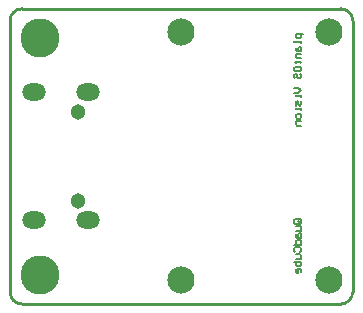
<source format=gbs>
G04 Layer_Color=16711935*
%FSLAX25Y25*%
%MOIN*%
G70*
G01*
G75*
%ADD15C,0.01000*%
%ADD16C,0.00512*%
%ADD17C,0.00965*%
%ADD25C,0.05131*%
%ADD26O,0.07887X0.05721*%
%ADD27C,0.09068*%
%ADD28C,0.13005*%
D15*
X362205Y208661D02*
Y299213D01*
X251969Y204724D02*
X358268D01*
X251969Y303150D02*
X358268D01*
X248031Y208661D02*
Y299213D01*
D16*
X345669Y294882D02*
X343308D01*
Y293701D01*
X343701Y293308D01*
X344488D01*
X344882Y293701D01*
Y294882D01*
Y292520D02*
Y291733D01*
Y292127D01*
X342520D01*
Y292520D01*
X343308Y290159D02*
Y289372D01*
X343701Y288978D01*
X344882D01*
Y290159D01*
X344488Y290553D01*
X344095Y290159D01*
Y288978D01*
X344882Y288191D02*
X343308D01*
Y287010D01*
X343701Y286617D01*
X344882D01*
X342914Y285436D02*
X343308D01*
Y285830D01*
Y285043D01*
Y285436D01*
X344488D01*
X344882Y285043D01*
X342520Y282681D02*
Y283468D01*
X342914Y283862D01*
X344488D01*
X344882Y283468D01*
Y282681D01*
X344488Y282288D01*
X342914D01*
X342520Y282681D01*
X342914Y279926D02*
X342520Y280320D01*
Y281107D01*
X342914Y281500D01*
X343308D01*
X343701Y281107D01*
Y280320D01*
X344095Y279926D01*
X344488D01*
X344882Y280320D01*
Y281107D01*
X344488Y281500D01*
X342520Y276778D02*
X344095D01*
X344882Y275990D01*
X344095Y275203D01*
X342520D01*
X344882Y274416D02*
Y273629D01*
Y274023D01*
X343308D01*
Y274416D01*
X344882Y272448D02*
Y271268D01*
X344488Y270874D01*
X344095Y271268D01*
Y272055D01*
X343701Y272448D01*
X343308Y272055D01*
Y270874D01*
X344882Y270087D02*
Y269300D01*
Y269693D01*
X343308D01*
Y270087D01*
X344882Y267725D02*
Y266938D01*
X344488Y266545D01*
X343701D01*
X343308Y266938D01*
Y267725D01*
X343701Y268119D01*
X344488D01*
X344882Y267725D01*
Y265757D02*
X343308D01*
Y264577D01*
X343701Y264183D01*
X344882D01*
X344488Y231497D02*
X342914D01*
X342520Y231890D01*
Y232677D01*
X342914Y233071D01*
X344488D01*
X344882Y232677D01*
Y231890D01*
X344095Y232284D02*
X344882Y231497D01*
Y231890D02*
X344488Y231497D01*
X343308Y230709D02*
X344488D01*
X344882Y230316D01*
Y229135D01*
X343308D01*
Y227954D02*
Y227167D01*
X343701Y226774D01*
X344882D01*
Y227954D01*
X344488Y228348D01*
X344095Y227954D01*
Y226774D01*
X342520Y224412D02*
X344882D01*
Y225593D01*
X344488Y225987D01*
X343701D01*
X343308Y225593D01*
Y224412D01*
X342914Y222051D02*
X342520Y222444D01*
Y223232D01*
X342914Y223625D01*
X344488D01*
X344882Y223232D01*
Y222444D01*
X344488Y222051D01*
X343308Y221264D02*
X344488D01*
X344882Y220870D01*
Y219689D01*
X343308D01*
X342520Y218902D02*
X344882D01*
Y217722D01*
X344488Y217328D01*
X344095D01*
X343701D01*
X343308Y217722D01*
Y218902D01*
X344882Y215360D02*
Y216147D01*
X344488Y216541D01*
X343701D01*
X343308Y216147D01*
Y215360D01*
X343701Y214967D01*
X344095D01*
Y216541D01*
D17*
X362205Y299213D02*
G03*
X358268Y303150I-3937J0D01*
G01*
X251969Y303150D02*
G03*
X248031Y299213I0J-3937D01*
G01*
X248031Y208661D02*
G03*
X251969Y204724I3937J0D01*
G01*
X358268D02*
G03*
X362205Y208661I0J3937D01*
G01*
D25*
X270669Y239173D02*
D03*
Y268701D02*
D03*
D26*
X256102Y232579D02*
D03*
X273819D02*
D03*
X256102Y275295D02*
D03*
X273819D02*
D03*
D27*
X305118Y295276D02*
D03*
Y212598D02*
D03*
X354331Y295276D02*
D03*
Y212598D02*
D03*
D28*
X257874Y293307D02*
D03*
Y214567D02*
D03*
M02*

</source>
